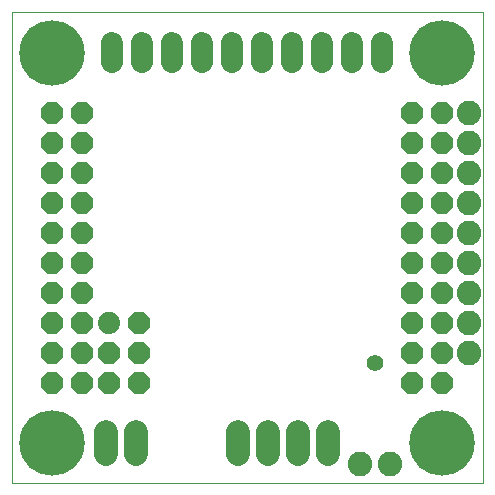
<source format=gbr>
G75*
%MOIN*%
%OFA0B0*%
%FSLAX24Y24*%
%IPPOS*%
%LPD*%
%AMOC8*
5,1,8,0,0,1.08239X$1,22.5*
%
%ADD10C,0.0010*%
%ADD11OC8,0.0740*%
%ADD12C,0.2180*%
%ADD13C,0.0820*%
%ADD14C,0.0812*%
%ADD15C,0.0740*%
%ADD16C,0.0740*%
%ADD17C,0.0560*%
D10*
X000233Y000914D02*
X000233Y016614D01*
X015933Y016614D01*
X015933Y000914D01*
X000233Y000914D01*
D11*
X001583Y004264D03*
X001583Y005264D03*
X001583Y006264D03*
X001583Y007264D03*
X001583Y008264D03*
X001583Y009264D03*
X001583Y010264D03*
X001583Y011264D03*
X001583Y012264D03*
X001583Y013264D03*
X002583Y013264D03*
X002583Y012264D03*
X002583Y011264D03*
X002583Y010264D03*
X002583Y009264D03*
X002583Y008264D03*
X002583Y007264D03*
X002583Y006264D03*
X002583Y005264D03*
X003483Y005264D03*
X003483Y004264D03*
X002583Y004264D03*
X004483Y004264D03*
X004483Y005264D03*
X004483Y006264D03*
X013583Y006264D03*
X013583Y007264D03*
X013583Y008264D03*
X013583Y009264D03*
X013583Y010264D03*
X013583Y011264D03*
X013583Y012264D03*
X013583Y013264D03*
X014583Y013264D03*
X014583Y012264D03*
X014583Y011264D03*
X014583Y010264D03*
X014583Y009264D03*
X014583Y008264D03*
X014583Y007264D03*
X014583Y006264D03*
X014583Y005264D03*
X013583Y005264D03*
X013583Y004264D03*
X014583Y004264D03*
D12*
X014583Y002264D03*
X014583Y015264D03*
X001583Y015264D03*
X001583Y002264D03*
D13*
X011833Y001564D03*
X012833Y001564D03*
X015483Y005264D03*
X015483Y006264D03*
X015483Y007264D03*
X015483Y008264D03*
X015483Y009264D03*
X015483Y010264D03*
X015483Y011264D03*
X015483Y012264D03*
X015483Y013264D03*
D14*
X010783Y002630D02*
X010783Y001898D01*
X009783Y001898D02*
X009783Y002630D01*
X008783Y002630D02*
X008783Y001898D01*
X007783Y001898D02*
X007783Y002630D01*
X004383Y002630D02*
X004383Y001898D01*
X003383Y001898D02*
X003383Y002630D01*
D15*
X003483Y006264D03*
D16*
X003583Y014934D02*
X003583Y015594D01*
X004583Y015594D02*
X004583Y014934D01*
X005583Y014934D02*
X005583Y015594D01*
X006583Y015594D02*
X006583Y014934D01*
X007583Y014934D02*
X007583Y015594D01*
X008583Y015594D02*
X008583Y014934D01*
X009583Y014934D02*
X009583Y015594D01*
X010583Y015594D02*
X010583Y014934D01*
X011583Y014934D02*
X011583Y015594D01*
X012583Y015594D02*
X012583Y014934D01*
D17*
X012333Y004914D03*
M02*

</source>
